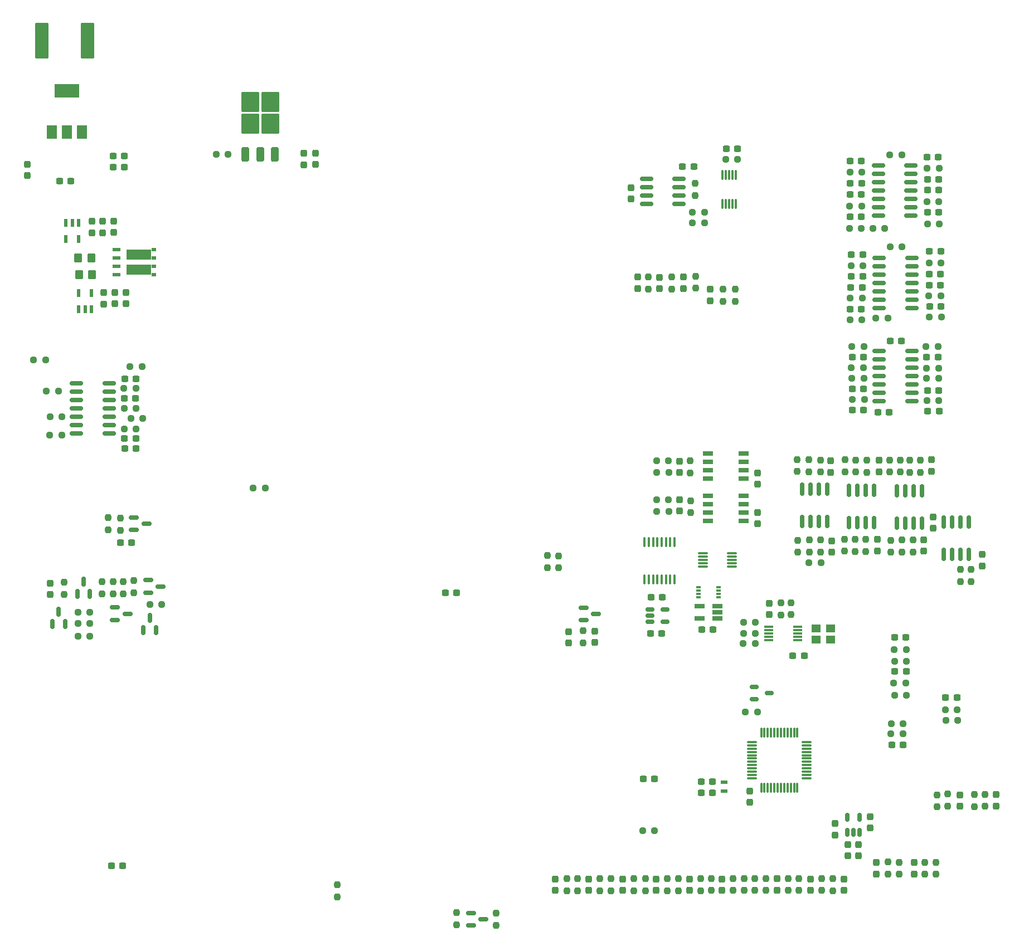
<source format=gtp>
G04 #@! TF.GenerationSoftware,KiCad,Pcbnew,7.0.10*
G04 #@! TF.CreationDate,2025-01-18T09:55:55-08:00*
G04 #@! TF.ProjectId,fieldRadio_1.1,6669656c-6452-4616-9469-6f5f312e312e,rev?*
G04 #@! TF.SameCoordinates,Original*
G04 #@! TF.FileFunction,Paste,Top*
G04 #@! TF.FilePolarity,Positive*
%FSLAX46Y46*%
G04 Gerber Fmt 4.6, Leading zero omitted, Abs format (unit mm)*
G04 Created by KiCad (PCBNEW 7.0.10) date 2025-01-18 09:55:55*
%MOMM*%
%LPD*%
G01*
G04 APERTURE LIST*
G04 Aperture macros list*
%AMRoundRect*
0 Rectangle with rounded corners*
0 $1 Rounding radius*
0 $2 $3 $4 $5 $6 $7 $8 $9 X,Y pos of 4 corners*
0 Add a 4 corners polygon primitive as box body*
4,1,4,$2,$3,$4,$5,$6,$7,$8,$9,$2,$3,0*
0 Add four circle primitives for the rounded corners*
1,1,$1+$1,$2,$3*
1,1,$1+$1,$4,$5*
1,1,$1+$1,$6,$7*
1,1,$1+$1,$8,$9*
0 Add four rect primitives between the rounded corners*
20,1,$1+$1,$2,$3,$4,$5,0*
20,1,$1+$1,$4,$5,$6,$7,0*
20,1,$1+$1,$6,$7,$8,$9,0*
20,1,$1+$1,$8,$9,$2,$3,0*%
G04 Aperture macros list end*
%ADD10RoundRect,0.237500X-0.237500X0.300000X-0.237500X-0.300000X0.237500X-0.300000X0.237500X0.300000X0*%
%ADD11RoundRect,0.237500X0.250000X0.237500X-0.250000X0.237500X-0.250000X-0.237500X0.250000X-0.237500X0*%
%ADD12RoundRect,0.237500X0.237500X-0.250000X0.237500X0.250000X-0.237500X0.250000X-0.237500X-0.250000X0*%
%ADD13RoundRect,0.237500X-0.250000X-0.237500X0.250000X-0.237500X0.250000X0.237500X-0.250000X0.237500X0*%
%ADD14RoundRect,0.250000X0.350000X-0.850000X0.350000X0.850000X-0.350000X0.850000X-0.350000X-0.850000X0*%
%ADD15RoundRect,0.250000X1.125000X-1.275000X1.125000X1.275000X-1.125000X1.275000X-1.125000X-1.275000X0*%
%ADD16R,1.270000X0.610000*%
%ADD17R,0.710000X0.610000*%
%ADD18R,3.810000X1.650000*%
%ADD19RoundRect,0.150000X0.150000X-0.825000X0.150000X0.825000X-0.150000X0.825000X-0.150000X-0.825000X0*%
%ADD20RoundRect,0.237500X-0.237500X0.250000X-0.237500X-0.250000X0.237500X-0.250000X0.237500X0.250000X0*%
%ADD21RoundRect,0.237500X-0.300000X-0.237500X0.300000X-0.237500X0.300000X0.237500X-0.300000X0.237500X0*%
%ADD22R,1.400000X1.200000*%
%ADD23RoundRect,0.150000X-0.587500X-0.150000X0.587500X-0.150000X0.587500X0.150000X-0.587500X0.150000X0*%
%ADD24RoundRect,0.075000X0.650000X0.075000X-0.650000X0.075000X-0.650000X-0.075000X0.650000X-0.075000X0*%
%ADD25R,0.600000X1.200000*%
%ADD26RoundRect,0.237500X0.237500X-0.300000X0.237500X0.300000X-0.237500X0.300000X-0.237500X-0.300000X0*%
%ADD27RoundRect,0.075000X0.075000X-0.662500X0.075000X0.662500X-0.075000X0.662500X-0.075000X-0.662500X0*%
%ADD28RoundRect,0.075000X0.662500X-0.075000X0.662500X0.075000X-0.662500X0.075000X-0.662500X-0.075000X0*%
%ADD29RoundRect,0.150000X0.825000X0.150000X-0.825000X0.150000X-0.825000X-0.150000X0.825000X-0.150000X0*%
%ADD30RoundRect,0.237500X0.300000X0.237500X-0.300000X0.237500X-0.300000X-0.237500X0.300000X-0.237500X0*%
%ADD31R,1.560000X0.650000*%
%ADD32RoundRect,0.150000X-0.512500X-0.150000X0.512500X-0.150000X0.512500X0.150000X-0.512500X0.150000X0*%
%ADD33R,1.528000X0.650000*%
%ADD34RoundRect,0.250000X-0.350000X-0.450000X0.350000X-0.450000X0.350000X0.450000X-0.350000X0.450000X0*%
%ADD35RoundRect,0.250001X-0.799999X-2.474999X0.799999X-2.474999X0.799999X2.474999X-0.799999X2.474999X0*%
%ADD36RoundRect,0.150000X0.150000X-0.587500X0.150000X0.587500X-0.150000X0.587500X-0.150000X-0.587500X0*%
%ADD37RoundRect,0.075000X-0.075000X0.650000X-0.075000X-0.650000X0.075000X-0.650000X0.075000X0.650000X0*%
%ADD38R,1.400000X0.300000*%
%ADD39RoundRect,0.100000X-0.100000X0.637500X-0.100000X-0.637500X0.100000X-0.637500X0.100000X0.637500X0*%
%ADD40R,1.500000X2.000000*%
%ADD41R,3.800000X2.000000*%
%ADD42R,1.100000X0.600000*%
%ADD43R,0.800000X0.300000*%
%ADD44RoundRect,0.150000X-0.825000X-0.150000X0.825000X-0.150000X0.825000X0.150000X-0.825000X0.150000X0*%
%ADD45RoundRect,0.150000X0.150000X-0.512500X0.150000X0.512500X-0.150000X0.512500X-0.150000X-0.512500X0*%
G04 APERTURE END LIST*
D10*
X163110000Y-218937500D03*
X163110000Y-220662500D03*
D11*
X208047500Y-120045000D03*
X206222500Y-120045000D03*
D10*
X164000000Y-181257500D03*
X164000000Y-182982500D03*
D12*
X219570000Y-173740000D03*
X219570000Y-171915000D03*
D10*
X121595000Y-108622500D03*
X121595000Y-110347500D03*
D13*
X112107500Y-159540000D03*
X113932500Y-159540000D03*
X171257500Y-211550000D03*
X173082500Y-211550000D03*
D14*
X110890000Y-108775000D03*
X113170000Y-108775000D03*
X115450000Y-108775000D03*
D15*
X111645000Y-104150000D03*
X114695000Y-104150000D03*
X111645000Y-100800000D03*
X114695000Y-100800000D03*
D16*
X91380000Y-123300000D03*
X91380000Y-124570000D03*
X91380000Y-125840000D03*
X91380000Y-127110000D03*
D17*
X97000000Y-125840000D03*
D18*
X94740000Y-126335000D03*
D17*
X97000000Y-127110000D03*
X97000000Y-123300000D03*
D18*
X94740000Y-124075000D03*
D17*
X97000000Y-124570000D03*
D19*
X202615000Y-164777500D03*
X203885000Y-164777500D03*
X205155000Y-164777500D03*
X206425000Y-164777500D03*
X206425000Y-159827500D03*
X205155000Y-159827500D03*
X203885000Y-159827500D03*
X202615000Y-159827500D03*
D10*
X173870000Y-127487500D03*
X173870000Y-129212500D03*
X219440000Y-206127500D03*
X219440000Y-207852500D03*
D20*
X90880000Y-173737500D03*
X90880000Y-175562500D03*
D12*
X208565000Y-218177500D03*
X208565000Y-216352500D03*
D21*
X202747500Y-118270000D03*
X204472500Y-118270000D03*
D12*
X210645000Y-169215000D03*
X210645000Y-167390000D03*
D21*
X209577500Y-187405000D03*
X211302500Y-187405000D03*
D11*
X216297500Y-110945000D03*
X214472500Y-110945000D03*
D21*
X214797500Y-128670000D03*
X216522500Y-128670000D03*
X209132500Y-198525000D03*
X210857500Y-198525000D03*
X202772500Y-132295000D03*
X204497500Y-132295000D03*
D12*
X181710000Y-220682500D03*
X181710000Y-218857500D03*
D11*
X204547500Y-116645000D03*
X202722500Y-116645000D03*
D22*
X199820000Y-180820000D03*
X197620000Y-180820000D03*
X197620000Y-182520000D03*
X199820000Y-182520000D03*
D21*
X90867500Y-109010000D03*
X92592500Y-109010000D03*
D20*
X208970000Y-167440000D03*
X208970000Y-169265000D03*
D13*
X96427500Y-177240000D03*
X98252500Y-177240000D03*
D23*
X145187500Y-224080000D03*
X145187500Y-225980000D03*
X147062500Y-225030000D03*
D11*
X216372500Y-119345000D03*
X214547500Y-119345000D03*
D12*
X203545000Y-169140000D03*
X203545000Y-167315000D03*
D20*
X221710000Y-206117500D03*
X221710000Y-207942500D03*
D12*
X180070000Y-220692500D03*
X180070000Y-218867500D03*
D13*
X209427500Y-189180000D03*
X211252500Y-189180000D03*
D12*
X169960000Y-220712500D03*
X169960000Y-218887500D03*
D24*
X184810000Y-171450000D03*
X184810000Y-170950000D03*
X184810000Y-170450000D03*
X184810000Y-169950000D03*
X184810000Y-169450000D03*
X180410000Y-169450000D03*
X180410000Y-169950000D03*
X180410000Y-170450000D03*
X180410000Y-170950000D03*
X180410000Y-171450000D03*
D25*
X85593762Y-119180000D03*
X84643762Y-119180000D03*
X83693762Y-119180000D03*
X83693762Y-121680000D03*
X85593762Y-121680000D03*
D26*
X188750000Y-158952500D03*
X188750000Y-157227500D03*
D11*
X108332500Y-108780000D03*
X106507500Y-108780000D03*
X204647500Y-130620000D03*
X202822500Y-130620000D03*
D26*
X199810000Y-157112500D03*
X199810000Y-155387500D03*
D20*
X175700000Y-127427500D03*
X175700000Y-129252500D03*
D11*
X216222500Y-142870000D03*
X214397500Y-142870000D03*
D10*
X173340000Y-218937500D03*
X173340000Y-220662500D03*
D23*
X162287500Y-177680000D03*
X162287500Y-179580000D03*
X164162500Y-178630000D03*
D21*
X172537500Y-176110000D03*
X174262500Y-176110000D03*
D27*
X189285000Y-205027500D03*
X189785000Y-205027500D03*
X190285000Y-205027500D03*
X190785000Y-205027500D03*
X191285000Y-205027500D03*
X191785000Y-205027500D03*
X192285000Y-205027500D03*
X192785000Y-205027500D03*
X193285000Y-205027500D03*
X193785000Y-205027500D03*
X194285000Y-205027500D03*
X194785000Y-205027500D03*
D28*
X196197500Y-203615000D03*
X196197500Y-203115000D03*
X196197500Y-202615000D03*
X196197500Y-202115000D03*
X196197500Y-201615000D03*
X196197500Y-201115000D03*
X196197500Y-200615000D03*
X196197500Y-200115000D03*
X196197500Y-199615000D03*
X196197500Y-199115000D03*
X196197500Y-198615000D03*
X196197500Y-198115000D03*
D27*
X194785000Y-196702500D03*
X194285000Y-196702500D03*
X193785000Y-196702500D03*
X193285000Y-196702500D03*
X192785000Y-196702500D03*
X192285000Y-196702500D03*
X191785000Y-196702500D03*
X191285000Y-196702500D03*
X190785000Y-196702500D03*
X190285000Y-196702500D03*
X189785000Y-196702500D03*
X189285000Y-196702500D03*
D28*
X187872500Y-198115000D03*
X187872500Y-198615000D03*
X187872500Y-199115000D03*
X187872500Y-199615000D03*
X187872500Y-200115000D03*
X187872500Y-200615000D03*
X187872500Y-201115000D03*
X187872500Y-201615000D03*
X187872500Y-202115000D03*
X187872500Y-202615000D03*
X187872500Y-203115000D03*
X187872500Y-203615000D03*
D10*
X213995000Y-167390000D03*
X213995000Y-169115000D03*
D11*
X87332500Y-182020000D03*
X85507500Y-182020000D03*
D10*
X160030000Y-181337500D03*
X160030000Y-183062500D03*
D20*
X186680000Y-218857500D03*
X186680000Y-220682500D03*
D29*
X212035000Y-118130000D03*
X212035000Y-116860000D03*
X212035000Y-115590000D03*
X212035000Y-114320000D03*
X212035000Y-113050000D03*
X212035000Y-111780000D03*
X212035000Y-110510000D03*
X207085000Y-110510000D03*
X207085000Y-111780000D03*
X207085000Y-113050000D03*
X207085000Y-114320000D03*
X207085000Y-115590000D03*
X207085000Y-116860000D03*
X207085000Y-118130000D03*
D13*
X196547500Y-170867500D03*
X198372500Y-170867500D03*
D30*
X204622500Y-129020000D03*
X202897500Y-129020000D03*
D31*
X182670000Y-179360000D03*
X182670000Y-178410000D03*
X182670000Y-177460000D03*
X179970000Y-177460000D03*
X179970000Y-179360000D03*
D10*
X188770000Y-163217500D03*
X188770000Y-164942500D03*
D13*
X217252500Y-193220000D03*
X219077500Y-193220000D03*
D11*
X208522500Y-133720000D03*
X206697500Y-133720000D03*
D10*
X178410000Y-218927500D03*
X178410000Y-220652500D03*
D32*
X172392500Y-177940000D03*
X172392500Y-178890000D03*
X172392500Y-179840000D03*
X174667500Y-179840000D03*
X174667500Y-177940000D03*
D33*
X181179000Y-160675000D03*
X181179000Y-161945000D03*
X181179000Y-163215000D03*
X181179000Y-164485000D03*
X186601000Y-164485000D03*
X186601000Y-163215000D03*
X186601000Y-161945000D03*
X186601000Y-160675000D03*
D30*
X208732500Y-147990000D03*
X207007500Y-147990000D03*
X216197500Y-109245000D03*
X214472500Y-109245000D03*
D12*
X175030000Y-220712500D03*
X175030000Y-218887500D03*
X171680000Y-220722500D03*
X171680000Y-218897500D03*
D21*
X214522500Y-114220000D03*
X216247500Y-114220000D03*
D34*
X85563762Y-124540000D03*
X87563762Y-124540000D03*
D11*
X188377500Y-183120000D03*
X186552500Y-183120000D03*
D21*
X92537500Y-145910000D03*
X94262500Y-145910000D03*
D23*
X96212500Y-173520000D03*
X96212500Y-175420000D03*
X98087500Y-174470000D03*
D12*
X223285000Y-207892500D03*
X223285000Y-206067500D03*
D10*
X202440000Y-213682500D03*
X202440000Y-215407500D03*
D21*
X217277500Y-191345000D03*
X219002500Y-191345000D03*
D30*
X216547500Y-123495000D03*
X214822500Y-123495000D03*
X94332500Y-153490000D03*
X92607500Y-153490000D03*
D20*
X213470000Y-155285000D03*
X213470000Y-157110000D03*
D21*
X91917500Y-167850000D03*
X93642500Y-167850000D03*
D30*
X185702500Y-107910000D03*
X183977500Y-107910000D03*
D11*
X216272500Y-146245000D03*
X214447500Y-146245000D03*
D13*
X81267500Y-148700000D03*
X83092500Y-148700000D03*
D30*
X204547500Y-113195000D03*
X202822500Y-113195000D03*
D13*
X202747500Y-111520000D03*
X204572500Y-111520000D03*
D21*
X214522500Y-112620000D03*
X216247500Y-112620000D03*
D11*
X216272500Y-115970000D03*
X214447500Y-115970000D03*
D26*
X207170000Y-157040000D03*
X207170000Y-155315000D03*
D13*
X173387500Y-155400000D03*
X175212500Y-155400000D03*
D12*
X214125000Y-218227500D03*
X214125000Y-216402500D03*
D10*
X183350000Y-218907500D03*
X183350000Y-220632500D03*
D13*
X183887500Y-109600000D03*
X185712500Y-109600000D03*
D10*
X225010000Y-206117500D03*
X225010000Y-207842500D03*
D30*
X204522500Y-114920000D03*
X202797500Y-114920000D03*
D10*
X169500000Y-113837500D03*
X169500000Y-115562500D03*
X206790000Y-216427500D03*
X206790000Y-218152500D03*
X168210000Y-218937500D03*
X168210000Y-220662500D03*
X89278762Y-118972500D03*
X89278762Y-120697500D03*
D29*
X90225000Y-151195000D03*
X90225000Y-149925000D03*
X90225000Y-148655000D03*
X90225000Y-147385000D03*
X90225000Y-146115000D03*
X90225000Y-144845000D03*
X90225000Y-143575000D03*
X85275000Y-143575000D03*
X85275000Y-144845000D03*
X85275000Y-146115000D03*
X85275000Y-147385000D03*
X85275000Y-148655000D03*
X85275000Y-149925000D03*
X85275000Y-151195000D03*
D20*
X148985000Y-224117500D03*
X148985000Y-225942500D03*
D11*
X211352500Y-190980000D03*
X209527500Y-190980000D03*
D26*
X81320000Y-175722500D03*
X81320000Y-173997500D03*
D10*
X158020000Y-218937500D03*
X158020000Y-220662500D03*
D11*
X80592500Y-140060000D03*
X78767500Y-140060000D03*
D13*
X203122500Y-146020000D03*
X204947500Y-146020000D03*
X208847500Y-122845000D03*
X210672500Y-122845000D03*
D19*
X217015000Y-169612442D03*
X218285000Y-169612442D03*
X219555000Y-169612442D03*
X220825000Y-169612442D03*
X220825000Y-164662442D03*
X219555000Y-164662442D03*
X218285000Y-164662442D03*
X217015000Y-164662442D03*
D12*
X200140000Y-220692500D03*
X200140000Y-218867500D03*
D10*
X212500000Y-216427500D03*
X212500000Y-218152500D03*
D35*
X80015000Y-91520000D03*
X86965000Y-91520000D03*
D10*
X190470000Y-177037500D03*
X190470000Y-178762500D03*
D13*
X203072500Y-137995000D03*
X204897500Y-137995000D03*
D20*
X192250000Y-176967500D03*
X192250000Y-178792500D03*
D12*
X158510000Y-171642500D03*
X158510000Y-169817500D03*
D20*
X185310000Y-129307500D03*
X185310000Y-131132500D03*
X211860000Y-155305000D03*
X211860000Y-157130000D03*
D11*
X216222500Y-141270000D03*
X214397500Y-141270000D03*
D30*
X216272500Y-144670000D03*
X214547500Y-144670000D03*
D21*
X203122500Y-147620000D03*
X204847500Y-147620000D03*
D30*
X181982500Y-181020000D03*
X180257500Y-181020000D03*
D20*
X194745000Y-155190000D03*
X194745000Y-157015000D03*
D10*
X205810000Y-209427500D03*
X205810000Y-211152500D03*
D13*
X85497500Y-180110000D03*
X87322500Y-180110000D03*
D20*
X215965000Y-206127500D03*
X215965000Y-207952500D03*
X201920000Y-167265000D03*
X201920000Y-169090000D03*
D12*
X208810000Y-157070000D03*
X208810000Y-155245000D03*
D11*
X180692500Y-119250000D03*
X178867500Y-119250000D03*
D30*
X179052500Y-110690000D03*
X177327500Y-110690000D03*
D20*
X178450000Y-155367500D03*
X178450000Y-157192500D03*
D29*
X212160000Y-132130000D03*
X212160000Y-130860000D03*
X212160000Y-129590000D03*
X212160000Y-128320000D03*
X212160000Y-127050000D03*
X212160000Y-125780000D03*
X212160000Y-124510000D03*
X207210000Y-124510000D03*
X207210000Y-125780000D03*
X207210000Y-127050000D03*
X207210000Y-128320000D03*
X207210000Y-129590000D03*
X207210000Y-130860000D03*
X207210000Y-132130000D03*
D20*
X83430000Y-173837500D03*
X83430000Y-175662500D03*
D26*
X77850000Y-112052500D03*
X77850000Y-110327500D03*
D12*
X215800000Y-218227500D03*
X215800000Y-216402500D03*
D20*
X205370000Y-155315000D03*
X205370000Y-157140000D03*
D10*
X176860000Y-155407500D03*
X176860000Y-157132500D03*
D12*
X91920000Y-165932500D03*
X91920000Y-164107500D03*
D34*
X85653762Y-127110000D03*
X87653762Y-127110000D03*
D30*
X174192500Y-181650000D03*
X172467500Y-181650000D03*
D10*
X200020000Y-167515000D03*
X200020000Y-169240000D03*
X181530000Y-129317500D03*
X181530000Y-131042500D03*
X206895000Y-167315000D03*
X206895000Y-169040000D03*
D12*
X172110000Y-129252500D03*
X172110000Y-127427500D03*
D11*
X87312500Y-178370000D03*
X85487500Y-178370000D03*
D13*
X209480358Y-184065000D03*
X211305358Y-184065000D03*
X209032500Y-195300000D03*
X210857500Y-195300000D03*
D11*
X216622500Y-125270000D03*
X214797500Y-125270000D03*
D23*
X91152500Y-177660000D03*
X91152500Y-179560000D03*
X93027500Y-178610000D03*
D12*
X212370000Y-169215000D03*
X212370000Y-167390000D03*
D30*
X204847500Y-144445000D03*
X203122500Y-144445000D03*
D21*
X180157500Y-205860000D03*
X181882500Y-205860000D03*
D36*
X95460000Y-181117500D03*
X97360000Y-181117500D03*
X96410000Y-179242500D03*
D21*
X202797500Y-109795000D03*
X204522500Y-109795000D03*
D10*
X90953762Y-118947500D03*
X90953762Y-120672500D03*
D11*
X219152500Y-194820000D03*
X217327500Y-194820000D03*
D21*
X90842500Y-110785000D03*
X92567500Y-110785000D03*
D12*
X92360000Y-175582500D03*
X92360000Y-173757500D03*
D25*
X85643762Y-132370000D03*
X86593762Y-132370000D03*
X87543762Y-132370000D03*
X87543762Y-129870000D03*
X85643762Y-129870000D03*
D20*
X166440000Y-218877500D03*
X166440000Y-220702500D03*
D21*
X82707500Y-112880000D03*
X84432500Y-112880000D03*
D37*
X185420000Y-111900000D03*
X184920000Y-111900000D03*
X184420000Y-111900000D03*
X183920000Y-111900000D03*
X183420000Y-111900000D03*
X183420000Y-116300000D03*
X183920000Y-116300000D03*
X184420000Y-116300000D03*
X184920000Y-116300000D03*
X185420000Y-116300000D03*
D30*
X216622500Y-131920000D03*
X214897500Y-131920000D03*
X216272500Y-117620000D03*
X214547500Y-117620000D03*
D11*
X180672500Y-117610000D03*
X178847500Y-117610000D03*
D26*
X87618762Y-120697500D03*
X87618762Y-118972500D03*
D20*
X124910000Y-219797500D03*
X124910000Y-221622500D03*
D13*
X186867500Y-193590000D03*
X188692500Y-193590000D03*
X92537500Y-150510000D03*
X94362500Y-150510000D03*
D12*
X179260000Y-115042500D03*
X179260000Y-113217500D03*
D26*
X176890000Y-162992500D03*
X176890000Y-161267500D03*
D12*
X89180000Y-175582500D03*
X89180000Y-173757500D03*
D20*
X203595000Y-155265000D03*
X203595000Y-157090000D03*
D12*
X179360000Y-129142500D03*
X179360000Y-127317500D03*
D21*
X171367500Y-203690000D03*
X173092500Y-203690000D03*
D13*
X202947500Y-125720000D03*
X204772500Y-125720000D03*
D30*
X216147500Y-139620000D03*
X214422500Y-139620000D03*
D38*
X194840000Y-182595000D03*
X194840000Y-182095000D03*
X194840000Y-181595000D03*
X194840000Y-181095000D03*
X194840000Y-180595000D03*
X190440000Y-180595000D03*
X190440000Y-181095000D03*
X190440000Y-181595000D03*
X190440000Y-182095000D03*
X190440000Y-182595000D03*
D23*
X94032500Y-163970000D03*
X94032500Y-165870000D03*
X95907500Y-164920000D03*
D10*
X92813762Y-129777500D03*
X92813762Y-131502500D03*
D39*
X176120000Y-167702500D03*
X175470000Y-167702500D03*
X174820000Y-167702500D03*
X174170000Y-167702500D03*
X173520000Y-167702500D03*
X172870000Y-167702500D03*
X172220000Y-167702500D03*
X171570000Y-167702500D03*
X171570000Y-173427500D03*
X172220000Y-173427500D03*
X172870000Y-173427500D03*
X173520000Y-173427500D03*
X174170000Y-173427500D03*
X174820000Y-173427500D03*
X175470000Y-173427500D03*
X176120000Y-173427500D03*
D12*
X198430000Y-220682500D03*
X198430000Y-218857500D03*
D21*
X90567500Y-216910000D03*
X92292500Y-216910000D03*
D19*
X195515000Y-164602500D03*
X196785000Y-164602500D03*
X198055000Y-164602500D03*
X199325000Y-164602500D03*
X199325000Y-159652500D03*
X198055000Y-159652500D03*
X196785000Y-159652500D03*
X195515000Y-159652500D03*
D20*
X195040000Y-218847500D03*
X195040000Y-220672500D03*
D12*
X205145000Y-169140000D03*
X205145000Y-167315000D03*
X217640000Y-207852500D03*
X217640000Y-206027500D03*
D11*
X188427500Y-179945000D03*
X186602500Y-179945000D03*
D12*
X196570000Y-169215000D03*
X196570000Y-167390000D03*
D10*
X204040000Y-213682500D03*
X204040000Y-215407500D03*
D21*
X180147500Y-204170000D03*
X181872500Y-204170000D03*
D12*
X162250000Y-183042500D03*
X162250000Y-181217500D03*
D30*
X195812500Y-184970000D03*
X194087500Y-184970000D03*
D20*
X159750000Y-218877500D03*
X159750000Y-220702500D03*
D36*
X85410000Y-175637500D03*
X87310000Y-175637500D03*
X86360000Y-173762500D03*
D21*
X202972500Y-124070000D03*
X204697500Y-124070000D03*
D20*
X156790000Y-169787500D03*
X156790000Y-171612500D03*
D12*
X190020000Y-220682500D03*
X190020000Y-218857500D03*
D21*
X92577500Y-151980000D03*
X94302500Y-151980000D03*
D13*
X92487500Y-144385000D03*
X94312500Y-144385000D03*
D20*
X161360000Y-218897500D03*
X161360000Y-220722500D03*
D40*
X81530000Y-105450000D03*
X83830000Y-105450000D03*
X86130000Y-105450000D03*
D41*
X83830000Y-99150000D03*
D10*
X187535000Y-205577500D03*
X187535000Y-207302500D03*
D42*
X183690000Y-205610000D03*
X183690000Y-204210000D03*
D12*
X210265000Y-218227500D03*
X210265000Y-216402500D03*
D10*
X191690000Y-218897500D03*
X191690000Y-220622500D03*
D30*
X94362500Y-142885000D03*
X92637500Y-142885000D03*
D13*
X203047500Y-142820000D03*
X204872500Y-142820000D03*
D26*
X170560000Y-129172500D03*
X170560000Y-127447500D03*
D20*
X196520000Y-155215000D03*
X196520000Y-157040000D03*
D43*
X182830000Y-176110000D03*
X182830000Y-175610000D03*
X182830000Y-175110000D03*
X182830000Y-174610000D03*
X179730000Y-174610000D03*
X179730000Y-175110000D03*
X179730000Y-175610000D03*
X179730000Y-176110000D03*
D26*
X222845000Y-171340000D03*
X222845000Y-169615000D03*
D12*
X176750000Y-220692500D03*
X176750000Y-218867500D03*
D20*
X194870000Y-167465000D03*
X194870000Y-169290000D03*
D12*
X142985000Y-225872500D03*
X142985000Y-224047500D03*
X221170000Y-173740000D03*
X221170000Y-171915000D03*
D21*
X214597500Y-147870000D03*
X216322500Y-147870000D03*
D10*
X119795000Y-108647500D03*
X119795000Y-110372500D03*
D13*
X173407500Y-157150000D03*
X175232500Y-157150000D03*
D11*
X188402500Y-181595000D03*
X186577500Y-181595000D03*
X95352500Y-148930000D03*
X93527500Y-148930000D03*
D30*
X204722500Y-127345000D03*
X202997500Y-127345000D03*
D12*
X183450000Y-131112500D03*
X183450000Y-129287500D03*
D21*
X214797500Y-126970000D03*
X216522500Y-126970000D03*
D11*
X211355358Y-185840000D03*
X209530358Y-185840000D03*
X216147500Y-137970000D03*
X214322500Y-137970000D03*
D13*
X208822500Y-108920000D03*
X210647500Y-108920000D03*
D20*
X178600000Y-161427500D03*
X178600000Y-163252500D03*
D26*
X89423762Y-131532500D03*
X89423762Y-129807500D03*
D29*
X212160000Y-146330000D03*
X212160000Y-145060000D03*
X212160000Y-143790000D03*
X212160000Y-142520000D03*
X212160000Y-141250000D03*
X212160000Y-139980000D03*
X212160000Y-138710000D03*
X207210000Y-138710000D03*
X207210000Y-139980000D03*
X207210000Y-141250000D03*
X207210000Y-142520000D03*
X207210000Y-143790000D03*
X207210000Y-145060000D03*
X207210000Y-146330000D03*
D11*
X82537500Y-144785000D03*
X80712500Y-144785000D03*
D36*
X81650000Y-180177500D03*
X83550000Y-180177500D03*
X82600000Y-178302500D03*
D13*
X173407500Y-163060000D03*
X175232500Y-163060000D03*
X202772500Y-133970000D03*
X204597500Y-133970000D03*
D33*
X181179000Y-154255000D03*
X181179000Y-155525000D03*
X181179000Y-156795000D03*
X181179000Y-158065000D03*
X186601000Y-158065000D03*
X186601000Y-156795000D03*
X186601000Y-155525000D03*
X186601000Y-154255000D03*
D11*
X216572500Y-130295000D03*
X214747500Y-130295000D03*
D12*
X193360000Y-220662500D03*
X193360000Y-218837500D03*
D32*
X188242500Y-189710000D03*
X188242500Y-191610000D03*
X190517500Y-190660000D03*
D11*
X83062500Y-151510000D03*
X81237500Y-151510000D03*
D10*
X196740000Y-218907500D03*
X196740000Y-220632500D03*
D21*
X203122500Y-139595000D03*
X204847500Y-139595000D03*
D11*
X95232500Y-141090000D03*
X93407500Y-141090000D03*
D12*
X93960000Y-175412500D03*
X93960000Y-173587500D03*
D13*
X173397500Y-161270000D03*
X175222500Y-161270000D03*
D12*
X198320000Y-169215000D03*
X198320000Y-167390000D03*
D21*
X209530358Y-182240000D03*
X211255358Y-182240000D03*
D44*
X171855000Y-112555000D03*
X171855000Y-113825000D03*
X171855000Y-115095000D03*
X171855000Y-116365000D03*
X176805000Y-116365000D03*
X176805000Y-115095000D03*
X176805000Y-113825000D03*
X176805000Y-112555000D03*
D26*
X177480000Y-129162500D03*
X177480000Y-127437500D03*
D21*
X141307500Y-175410000D03*
X143032500Y-175410000D03*
D20*
X198295000Y-155265000D03*
X198295000Y-157090000D03*
X164750000Y-218887500D03*
X164750000Y-220712500D03*
D26*
X91083762Y-131512500D03*
X91083762Y-129787500D03*
D10*
X200470000Y-210507500D03*
X200470000Y-212232500D03*
D11*
X210832500Y-196850000D03*
X209007500Y-196850000D03*
D10*
X201850000Y-218917500D03*
X201850000Y-220642500D03*
D26*
X215370000Y-165615000D03*
X215370000Y-163890000D03*
D21*
X208872500Y-137170000D03*
X210597500Y-137170000D03*
D26*
X215190000Y-156960000D03*
X215190000Y-155235000D03*
D19*
X209915000Y-164877500D03*
X211185000Y-164877500D03*
X212455000Y-164877500D03*
X213725000Y-164877500D03*
X213725000Y-159927500D03*
X212455000Y-159927500D03*
X211185000Y-159927500D03*
X209915000Y-159927500D03*
D13*
X202997500Y-141220000D03*
X204822500Y-141220000D03*
D20*
X193810000Y-176917500D03*
X193810000Y-178742500D03*
D45*
X202330000Y-211867500D03*
X203280000Y-211867500D03*
X204230000Y-211867500D03*
X204230000Y-209592500D03*
X202330000Y-209592500D03*
D13*
X92537500Y-147410000D03*
X94362500Y-147410000D03*
D12*
X90120000Y-165832500D03*
X90120000Y-164007500D03*
X188350000Y-220682500D03*
X188350000Y-218857500D03*
D13*
X202697500Y-120045000D03*
X204522500Y-120045000D03*
D11*
X216647500Y-133520000D03*
X214822500Y-133520000D03*
D20*
X210380000Y-155245000D03*
X210380000Y-157070000D03*
X185010000Y-218857500D03*
X185010000Y-220682500D03*
X202000000Y-155227500D03*
X202000000Y-157052500D03*
M02*

</source>
